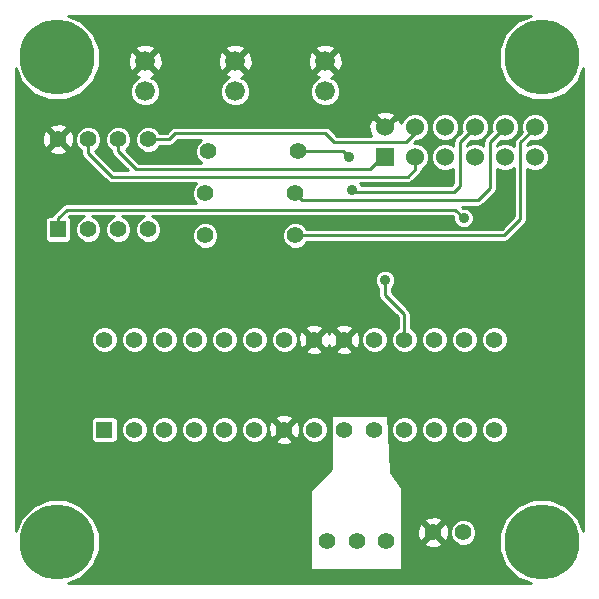
<source format=gtl>
G04 (created by PCBNEW (2013-04-19 BZR 4011)-stable) date 24/09/2013 17:11:50*
%MOIN*%
G04 Gerber Fmt 3.4, Leading zero omitted, Abs format*
%FSLAX34Y34*%
G01*
G70*
G90*
G04 APERTURE LIST*
%ADD10C,0.006*%
%ADD11C,0.25*%
%ADD12C,0.055*%
%ADD13R,0.055X0.055*%
%ADD14C,0.066*%
%ADD15R,0.06X0.06*%
%ADD16C,0.06*%
%ADD17C,0.035*%
%ADD18C,0.01*%
G04 APERTURE END LIST*
G54D10*
G54D11*
X35433Y-31496D03*
X19291Y-15354D03*
X35433Y-15354D03*
X19291Y-31496D03*
G54D12*
X21856Y-27759D03*
X22856Y-27759D03*
X23856Y-27759D03*
X24856Y-27759D03*
X25856Y-27759D03*
X26856Y-27759D03*
X27856Y-27759D03*
X28856Y-27759D03*
X29856Y-27759D03*
X30856Y-27759D03*
X31856Y-27759D03*
X32856Y-27759D03*
X33856Y-27759D03*
G54D13*
X20856Y-27759D03*
G54D12*
X33856Y-24759D03*
X32856Y-24759D03*
X31856Y-24759D03*
X30856Y-24759D03*
X29856Y-24759D03*
X28856Y-24759D03*
X27856Y-24759D03*
X26856Y-24759D03*
X25856Y-24759D03*
X24856Y-24759D03*
X23856Y-24759D03*
X22856Y-24759D03*
X21856Y-24759D03*
X20856Y-24759D03*
X30250Y-31479D03*
X28282Y-31479D03*
X29266Y-31479D03*
X27316Y-18479D03*
X24316Y-18479D03*
X27216Y-19879D03*
X24216Y-19879D03*
X27216Y-21279D03*
X24216Y-21279D03*
G54D14*
X22216Y-15479D03*
X22216Y-16479D03*
X25216Y-15479D03*
X25216Y-16479D03*
X28216Y-15479D03*
X28216Y-16479D03*
G54D13*
X19316Y-21079D03*
G54D12*
X20316Y-21079D03*
X21316Y-21079D03*
X22316Y-21079D03*
X22316Y-18079D03*
X21316Y-18079D03*
X20316Y-18079D03*
X19316Y-18079D03*
G54D15*
X30216Y-18679D03*
G54D16*
X30216Y-17679D03*
X31216Y-18679D03*
X31216Y-17679D03*
X32216Y-18679D03*
X32216Y-17679D03*
X33216Y-18679D03*
X33216Y-17679D03*
X34216Y-18679D03*
X34216Y-17679D03*
X35216Y-18679D03*
X35216Y-17679D03*
G54D12*
X31816Y-31179D03*
X32816Y-31179D03*
G54D17*
X30216Y-22779D03*
X29116Y-19779D03*
X29016Y-18679D03*
X32834Y-20708D03*
G54D18*
X33716Y-18582D02*
X33716Y-19708D01*
X27455Y-20118D02*
X27216Y-19879D01*
X33307Y-20118D02*
X27455Y-20118D01*
X33716Y-19708D02*
X33307Y-20118D01*
X33716Y-18179D02*
X33716Y-18582D01*
X33716Y-18179D02*
X34216Y-17679D01*
X35216Y-17679D02*
X35216Y-17696D01*
X34192Y-21279D02*
X27216Y-21279D01*
X34724Y-20748D02*
X34192Y-21279D01*
X34724Y-18188D02*
X34724Y-20748D01*
X35216Y-17696D02*
X34724Y-18188D01*
X29716Y-19079D02*
X21914Y-19079D01*
X21316Y-18481D02*
X21316Y-18079D01*
X21914Y-19079D02*
X21316Y-18481D01*
X30216Y-18679D02*
X30116Y-18679D01*
X30116Y-18679D02*
X29716Y-19079D01*
X30856Y-24759D02*
X30856Y-23919D01*
X30216Y-23279D02*
X30216Y-22779D01*
X30856Y-23919D02*
X30216Y-23279D01*
X22316Y-18079D02*
X23022Y-18079D01*
X23022Y-18079D02*
X23222Y-17879D01*
X31216Y-17679D02*
X31216Y-17879D01*
X31216Y-17879D02*
X30916Y-18179D01*
X30916Y-18179D02*
X28516Y-18179D01*
X28516Y-18179D02*
X28216Y-17879D01*
X28216Y-17879D02*
X23222Y-17879D01*
X33216Y-17679D02*
X32716Y-18179D01*
X32716Y-18179D02*
X32716Y-19629D01*
X29166Y-19829D02*
X29116Y-19779D01*
X32516Y-19829D02*
X29166Y-19829D01*
X32716Y-19629D02*
X32516Y-19829D01*
X27316Y-18479D02*
X28816Y-18479D01*
X28816Y-18479D02*
X29016Y-18679D01*
X19316Y-20722D02*
X19316Y-21079D01*
X19606Y-20433D02*
X19316Y-20722D01*
X32559Y-20433D02*
X19606Y-20433D01*
X32834Y-20708D02*
X32559Y-20433D01*
X30966Y-19329D02*
X21101Y-19329D01*
X20316Y-18544D02*
X20316Y-18079D01*
X21101Y-19329D02*
X20316Y-18544D01*
X31216Y-18679D02*
X31216Y-19079D01*
X31216Y-19079D02*
X30966Y-19329D01*
G54D10*
G36*
X36818Y-31129D02*
X36637Y-30692D01*
X36238Y-30292D01*
X35716Y-30076D01*
X35686Y-30076D01*
X35686Y-18586D01*
X35615Y-18413D01*
X35483Y-18281D01*
X35310Y-18209D01*
X35123Y-18209D01*
X34950Y-18280D01*
X34944Y-18287D01*
X34944Y-18280D01*
X35089Y-18135D01*
X35122Y-18149D01*
X35309Y-18149D01*
X35482Y-18078D01*
X35614Y-17946D01*
X35686Y-17773D01*
X35686Y-17586D01*
X35615Y-17413D01*
X35483Y-17281D01*
X35310Y-17209D01*
X35123Y-17209D01*
X34950Y-17280D01*
X34818Y-17412D01*
X34746Y-17585D01*
X34746Y-17772D01*
X34770Y-17831D01*
X34568Y-18033D01*
X34521Y-18104D01*
X34504Y-18188D01*
X34504Y-18302D01*
X34483Y-18281D01*
X34310Y-18209D01*
X34123Y-18209D01*
X33950Y-18280D01*
X33936Y-18294D01*
X33936Y-18270D01*
X34076Y-18130D01*
X34122Y-18149D01*
X34309Y-18149D01*
X34482Y-18078D01*
X34614Y-17946D01*
X34686Y-17773D01*
X34686Y-17586D01*
X34615Y-17413D01*
X34483Y-17281D01*
X34310Y-17209D01*
X34123Y-17209D01*
X33950Y-17280D01*
X33818Y-17412D01*
X33746Y-17585D01*
X33746Y-17772D01*
X33765Y-17819D01*
X33560Y-18023D01*
X33513Y-18095D01*
X33496Y-18179D01*
X33496Y-18294D01*
X33483Y-18281D01*
X33310Y-18209D01*
X33123Y-18209D01*
X32950Y-18280D01*
X32936Y-18294D01*
X32936Y-18270D01*
X33076Y-18130D01*
X33122Y-18149D01*
X33309Y-18149D01*
X33482Y-18078D01*
X33614Y-17946D01*
X33686Y-17773D01*
X33686Y-17586D01*
X33615Y-17413D01*
X33483Y-17281D01*
X33310Y-17209D01*
X33123Y-17209D01*
X32950Y-17280D01*
X32818Y-17412D01*
X32746Y-17585D01*
X32746Y-17772D01*
X32765Y-17819D01*
X32686Y-17898D01*
X32686Y-17586D01*
X32615Y-17413D01*
X32483Y-17281D01*
X32310Y-17209D01*
X32123Y-17209D01*
X31950Y-17280D01*
X31818Y-17412D01*
X31746Y-17585D01*
X31746Y-17772D01*
X31817Y-17945D01*
X31949Y-18077D01*
X32122Y-18149D01*
X32309Y-18149D01*
X32482Y-18078D01*
X32614Y-17946D01*
X32686Y-17773D01*
X32686Y-17586D01*
X32686Y-17898D01*
X32560Y-18023D01*
X32513Y-18095D01*
X32496Y-18179D01*
X32496Y-18294D01*
X32483Y-18281D01*
X32310Y-18209D01*
X32123Y-18209D01*
X31950Y-18280D01*
X31818Y-18412D01*
X31746Y-18585D01*
X31746Y-18772D01*
X31817Y-18945D01*
X31949Y-19077D01*
X32122Y-19149D01*
X32309Y-19149D01*
X32482Y-19078D01*
X32496Y-19064D01*
X32496Y-19538D01*
X32425Y-19609D01*
X29419Y-19609D01*
X29409Y-19584D01*
X29374Y-19549D01*
X30966Y-19549D01*
X31050Y-19532D01*
X31050Y-19532D01*
X31122Y-19485D01*
X31372Y-19235D01*
X31372Y-19235D01*
X31419Y-19163D01*
X31432Y-19098D01*
X31482Y-19078D01*
X31614Y-18946D01*
X31686Y-18773D01*
X31686Y-18586D01*
X31615Y-18413D01*
X31483Y-18281D01*
X31310Y-18209D01*
X31197Y-18209D01*
X31257Y-18149D01*
X31309Y-18149D01*
X31482Y-18078D01*
X31614Y-17946D01*
X31686Y-17773D01*
X31686Y-17586D01*
X31615Y-17413D01*
X31483Y-17281D01*
X31310Y-17209D01*
X31123Y-17209D01*
X30950Y-17280D01*
X30818Y-17412D01*
X30760Y-17551D01*
X30760Y-17542D01*
X30697Y-17391D01*
X30602Y-17364D01*
X30531Y-17435D01*
X30531Y-17293D01*
X30504Y-17198D01*
X30298Y-17124D01*
X30079Y-17135D01*
X29928Y-17198D01*
X29901Y-17293D01*
X30216Y-17608D01*
X30531Y-17293D01*
X30531Y-17435D01*
X30287Y-17679D01*
X30292Y-17685D01*
X30222Y-17755D01*
X30216Y-17750D01*
X30210Y-17755D01*
X30140Y-17685D01*
X30145Y-17679D01*
X29830Y-17364D01*
X29735Y-17391D01*
X29661Y-17597D01*
X29672Y-17816D01*
X29732Y-17959D01*
X28801Y-17959D01*
X28801Y-15568D01*
X28790Y-15337D01*
X28722Y-15173D01*
X28624Y-15142D01*
X28553Y-15213D01*
X28553Y-15071D01*
X28522Y-14973D01*
X28305Y-14894D01*
X28074Y-14905D01*
X27910Y-14973D01*
X27879Y-15071D01*
X28216Y-15408D01*
X28553Y-15071D01*
X28553Y-15213D01*
X28287Y-15479D01*
X28624Y-15816D01*
X28722Y-15785D01*
X28801Y-15568D01*
X28801Y-17959D01*
X28716Y-17959D01*
X28716Y-16380D01*
X28640Y-16196D01*
X28500Y-16055D01*
X28426Y-16025D01*
X28522Y-15985D01*
X28553Y-15887D01*
X28216Y-15550D01*
X28145Y-15620D01*
X28145Y-15479D01*
X27808Y-15142D01*
X27710Y-15173D01*
X27631Y-15390D01*
X27642Y-15621D01*
X27710Y-15785D01*
X27808Y-15816D01*
X28145Y-15479D01*
X28145Y-15620D01*
X27879Y-15887D01*
X27910Y-15985D01*
X28012Y-16022D01*
X27933Y-16055D01*
X27792Y-16195D01*
X27716Y-16379D01*
X27716Y-16578D01*
X27792Y-16762D01*
X27932Y-16903D01*
X28116Y-16979D01*
X28315Y-16979D01*
X28499Y-16903D01*
X28640Y-16763D01*
X28716Y-16579D01*
X28716Y-16380D01*
X28716Y-17959D01*
X28607Y-17959D01*
X28372Y-17723D01*
X28300Y-17676D01*
X28216Y-17659D01*
X25801Y-17659D01*
X25801Y-15568D01*
X25790Y-15337D01*
X25722Y-15173D01*
X25624Y-15142D01*
X25553Y-15213D01*
X25553Y-15071D01*
X25522Y-14973D01*
X25305Y-14894D01*
X25074Y-14905D01*
X24910Y-14973D01*
X24879Y-15071D01*
X25216Y-15408D01*
X25553Y-15071D01*
X25553Y-15213D01*
X25287Y-15479D01*
X25624Y-15816D01*
X25722Y-15785D01*
X25801Y-15568D01*
X25801Y-17659D01*
X25716Y-17659D01*
X25716Y-16380D01*
X25640Y-16196D01*
X25500Y-16055D01*
X25426Y-16025D01*
X25522Y-15985D01*
X25553Y-15887D01*
X25216Y-15550D01*
X25145Y-15620D01*
X25145Y-15479D01*
X24808Y-15142D01*
X24710Y-15173D01*
X24631Y-15390D01*
X24642Y-15621D01*
X24710Y-15785D01*
X24808Y-15816D01*
X25145Y-15479D01*
X25145Y-15620D01*
X24879Y-15887D01*
X24910Y-15985D01*
X25012Y-16022D01*
X24933Y-16055D01*
X24792Y-16195D01*
X24716Y-16379D01*
X24716Y-16578D01*
X24792Y-16762D01*
X24932Y-16903D01*
X25116Y-16979D01*
X25315Y-16979D01*
X25499Y-16903D01*
X25640Y-16763D01*
X25716Y-16579D01*
X25716Y-16380D01*
X25716Y-17659D01*
X23222Y-17659D01*
X23138Y-17676D01*
X23067Y-17723D01*
X22931Y-17859D01*
X22801Y-17859D01*
X22801Y-15568D01*
X22790Y-15337D01*
X22722Y-15173D01*
X22624Y-15142D01*
X22553Y-15213D01*
X22553Y-15071D01*
X22522Y-14973D01*
X22305Y-14894D01*
X22074Y-14905D01*
X21910Y-14973D01*
X21879Y-15071D01*
X22216Y-15408D01*
X22553Y-15071D01*
X22553Y-15213D01*
X22287Y-15479D01*
X22624Y-15816D01*
X22722Y-15785D01*
X22801Y-15568D01*
X22801Y-17859D01*
X22716Y-17859D01*
X22716Y-16380D01*
X22640Y-16196D01*
X22500Y-16055D01*
X22426Y-16025D01*
X22522Y-15985D01*
X22553Y-15887D01*
X22216Y-15550D01*
X22145Y-15620D01*
X22145Y-15479D01*
X21808Y-15142D01*
X21710Y-15173D01*
X21631Y-15390D01*
X21642Y-15621D01*
X21710Y-15785D01*
X21808Y-15816D01*
X22145Y-15479D01*
X22145Y-15620D01*
X21879Y-15887D01*
X21910Y-15985D01*
X22012Y-16022D01*
X21933Y-16055D01*
X21792Y-16195D01*
X21716Y-16379D01*
X21716Y-16578D01*
X21792Y-16762D01*
X21932Y-16903D01*
X22116Y-16979D01*
X22315Y-16979D01*
X22499Y-16903D01*
X22640Y-16763D01*
X22716Y-16579D01*
X22716Y-16380D01*
X22716Y-17859D01*
X22707Y-17859D01*
X22694Y-17827D01*
X22568Y-17702D01*
X22405Y-17634D01*
X22228Y-17634D01*
X22064Y-17702D01*
X21939Y-17827D01*
X21871Y-17990D01*
X21871Y-18167D01*
X21939Y-18331D01*
X22064Y-18456D01*
X22227Y-18524D01*
X22404Y-18524D01*
X22568Y-18457D01*
X22693Y-18331D01*
X22707Y-18299D01*
X23022Y-18299D01*
X23107Y-18282D01*
X23107Y-18282D01*
X23178Y-18235D01*
X23313Y-18099D01*
X24070Y-18099D01*
X24064Y-18102D01*
X23939Y-18227D01*
X23871Y-18390D01*
X23871Y-18567D01*
X23939Y-18731D01*
X24064Y-18856D01*
X24071Y-18859D01*
X22005Y-18859D01*
X21585Y-18439D01*
X21693Y-18331D01*
X21761Y-18168D01*
X21761Y-17991D01*
X21694Y-17827D01*
X21568Y-17702D01*
X21405Y-17634D01*
X21228Y-17634D01*
X21064Y-17702D01*
X20939Y-17827D01*
X20871Y-17990D01*
X20871Y-18167D01*
X20939Y-18331D01*
X21064Y-18456D01*
X21096Y-18470D01*
X21096Y-18481D01*
X21113Y-18566D01*
X21160Y-18637D01*
X21633Y-19109D01*
X21192Y-19109D01*
X20548Y-18465D01*
X20568Y-18457D01*
X20693Y-18331D01*
X20761Y-18168D01*
X20761Y-17991D01*
X20694Y-17827D01*
X20568Y-17702D01*
X20405Y-17634D01*
X20228Y-17634D01*
X20064Y-17702D01*
X19939Y-17827D01*
X19871Y-17990D01*
X19871Y-18167D01*
X19939Y-18331D01*
X20064Y-18456D01*
X20096Y-18470D01*
X20096Y-18544D01*
X20113Y-18629D01*
X20160Y-18700D01*
X20945Y-19485D01*
X20945Y-19485D01*
X21016Y-19532D01*
X21101Y-19549D01*
X23917Y-19549D01*
X23839Y-19627D01*
X23771Y-19790D01*
X23771Y-19967D01*
X23839Y-20131D01*
X23920Y-20213D01*
X19846Y-20213D01*
X19846Y-18155D01*
X19835Y-17946D01*
X19777Y-17806D01*
X19684Y-17782D01*
X19613Y-17853D01*
X19613Y-17711D01*
X19589Y-17618D01*
X19392Y-17549D01*
X19183Y-17560D01*
X19043Y-17618D01*
X19019Y-17711D01*
X19316Y-18008D01*
X19613Y-17711D01*
X19613Y-17853D01*
X19387Y-18079D01*
X19684Y-18376D01*
X19777Y-18352D01*
X19846Y-18155D01*
X19846Y-20213D01*
X19613Y-20213D01*
X19613Y-18447D01*
X19316Y-18150D01*
X19245Y-18220D01*
X19245Y-18079D01*
X18948Y-17782D01*
X18855Y-17806D01*
X18786Y-18003D01*
X18797Y-18212D01*
X18855Y-18352D01*
X18948Y-18376D01*
X19245Y-18079D01*
X19245Y-18220D01*
X19019Y-18447D01*
X19043Y-18540D01*
X19240Y-18609D01*
X19449Y-18598D01*
X19589Y-18540D01*
X19613Y-18447D01*
X19613Y-20213D01*
X19606Y-20213D01*
X19522Y-20229D01*
X19450Y-20277D01*
X19160Y-20567D01*
X19116Y-20634D01*
X19007Y-20634D01*
X18945Y-20660D01*
X18897Y-20708D01*
X18871Y-20770D01*
X18871Y-20838D01*
X18871Y-21388D01*
X18897Y-21450D01*
X18945Y-21498D01*
X19007Y-21524D01*
X19075Y-21524D01*
X19625Y-21524D01*
X19687Y-21498D01*
X19735Y-21450D01*
X19761Y-21388D01*
X19761Y-21320D01*
X19761Y-20770D01*
X19735Y-20708D01*
X19688Y-20661D01*
X19697Y-20653D01*
X20183Y-20653D01*
X20064Y-20702D01*
X19939Y-20827D01*
X19871Y-20990D01*
X19871Y-21167D01*
X19939Y-21331D01*
X20064Y-21456D01*
X20227Y-21524D01*
X20404Y-21524D01*
X20568Y-21457D01*
X20693Y-21331D01*
X20761Y-21168D01*
X20761Y-20991D01*
X20694Y-20827D01*
X20568Y-20702D01*
X20449Y-20653D01*
X21183Y-20653D01*
X21064Y-20702D01*
X20939Y-20827D01*
X20871Y-20990D01*
X20871Y-21167D01*
X20939Y-21331D01*
X21064Y-21456D01*
X21227Y-21524D01*
X21404Y-21524D01*
X21568Y-21457D01*
X21693Y-21331D01*
X21761Y-21168D01*
X21761Y-20991D01*
X21694Y-20827D01*
X21568Y-20702D01*
X21449Y-20653D01*
X22183Y-20653D01*
X22064Y-20702D01*
X21939Y-20827D01*
X21871Y-20990D01*
X21871Y-21167D01*
X21939Y-21331D01*
X22064Y-21456D01*
X22227Y-21524D01*
X22404Y-21524D01*
X22568Y-21457D01*
X22693Y-21331D01*
X22761Y-21168D01*
X22761Y-20991D01*
X22694Y-20827D01*
X22568Y-20702D01*
X22449Y-20653D01*
X32467Y-20653D01*
X32489Y-20674D01*
X32489Y-20776D01*
X32541Y-20903D01*
X32638Y-21000D01*
X32765Y-21053D01*
X32902Y-21053D01*
X33029Y-21001D01*
X33126Y-20904D01*
X33179Y-20777D01*
X33179Y-20640D01*
X33127Y-20513D01*
X33030Y-20416D01*
X32903Y-20363D01*
X32800Y-20363D01*
X32775Y-20338D01*
X33307Y-20338D01*
X33391Y-20321D01*
X33391Y-20321D01*
X33462Y-20273D01*
X33872Y-19864D01*
X33919Y-19792D01*
X33919Y-19792D01*
X33936Y-19708D01*
X33936Y-19064D01*
X33949Y-19077D01*
X34122Y-19149D01*
X34309Y-19149D01*
X34482Y-19078D01*
X34504Y-19056D01*
X34504Y-20656D01*
X34101Y-21059D01*
X27607Y-21059D01*
X27594Y-21027D01*
X27468Y-20902D01*
X27305Y-20834D01*
X27128Y-20834D01*
X26964Y-20902D01*
X26839Y-21027D01*
X26771Y-21190D01*
X26771Y-21367D01*
X26839Y-21531D01*
X26964Y-21656D01*
X27127Y-21724D01*
X27304Y-21724D01*
X27468Y-21657D01*
X27593Y-21531D01*
X27607Y-21499D01*
X34192Y-21499D01*
X34277Y-21482D01*
X34277Y-21482D01*
X34348Y-21435D01*
X34879Y-20903D01*
X34927Y-20832D01*
X34927Y-20832D01*
X34944Y-20748D01*
X34944Y-20748D01*
X34944Y-19072D01*
X34949Y-19077D01*
X35122Y-19149D01*
X35309Y-19149D01*
X35482Y-19078D01*
X35614Y-18946D01*
X35686Y-18773D01*
X35686Y-18586D01*
X35686Y-30076D01*
X35151Y-30075D01*
X34629Y-30291D01*
X34301Y-30619D01*
X34301Y-27671D01*
X34301Y-24671D01*
X34234Y-24507D01*
X34108Y-24382D01*
X33945Y-24314D01*
X33768Y-24314D01*
X33604Y-24382D01*
X33479Y-24507D01*
X33411Y-24670D01*
X33411Y-24847D01*
X33479Y-25011D01*
X33604Y-25136D01*
X33767Y-25204D01*
X33944Y-25204D01*
X34108Y-25137D01*
X34233Y-25011D01*
X34301Y-24848D01*
X34301Y-24671D01*
X34301Y-27671D01*
X34234Y-27507D01*
X34108Y-27382D01*
X33945Y-27314D01*
X33768Y-27314D01*
X33604Y-27382D01*
X33479Y-27507D01*
X33411Y-27670D01*
X33411Y-27847D01*
X33479Y-28011D01*
X33604Y-28136D01*
X33767Y-28204D01*
X33944Y-28204D01*
X34108Y-28137D01*
X34233Y-28011D01*
X34301Y-27848D01*
X34301Y-27671D01*
X34301Y-30619D01*
X34229Y-30690D01*
X34013Y-31212D01*
X34012Y-31777D01*
X34228Y-32299D01*
X34627Y-32699D01*
X35065Y-32881D01*
X33301Y-32881D01*
X33301Y-27671D01*
X33301Y-24671D01*
X33234Y-24507D01*
X33108Y-24382D01*
X32945Y-24314D01*
X32768Y-24314D01*
X32604Y-24382D01*
X32479Y-24507D01*
X32411Y-24670D01*
X32411Y-24847D01*
X32479Y-25011D01*
X32604Y-25136D01*
X32767Y-25204D01*
X32944Y-25204D01*
X33108Y-25137D01*
X33233Y-25011D01*
X33301Y-24848D01*
X33301Y-24671D01*
X33301Y-27671D01*
X33234Y-27507D01*
X33108Y-27382D01*
X32945Y-27314D01*
X32768Y-27314D01*
X32604Y-27382D01*
X32479Y-27507D01*
X32411Y-27670D01*
X32411Y-27847D01*
X32479Y-28011D01*
X32604Y-28136D01*
X32767Y-28204D01*
X32944Y-28204D01*
X33108Y-28137D01*
X33233Y-28011D01*
X33301Y-27848D01*
X33301Y-27671D01*
X33301Y-32881D01*
X33261Y-32881D01*
X33261Y-31091D01*
X33194Y-30927D01*
X33068Y-30802D01*
X32905Y-30734D01*
X32728Y-30734D01*
X32564Y-30802D01*
X32439Y-30927D01*
X32371Y-31090D01*
X32371Y-31267D01*
X32439Y-31431D01*
X32564Y-31556D01*
X32727Y-31624D01*
X32904Y-31624D01*
X33068Y-31557D01*
X33193Y-31431D01*
X33261Y-31268D01*
X33261Y-31091D01*
X33261Y-32881D01*
X32346Y-32881D01*
X32346Y-31255D01*
X32335Y-31046D01*
X32301Y-30965D01*
X32301Y-27671D01*
X32301Y-24671D01*
X32234Y-24507D01*
X32108Y-24382D01*
X31945Y-24314D01*
X31768Y-24314D01*
X31604Y-24382D01*
X31479Y-24507D01*
X31411Y-24670D01*
X31411Y-24847D01*
X31479Y-25011D01*
X31604Y-25136D01*
X31767Y-25204D01*
X31944Y-25204D01*
X32108Y-25137D01*
X32233Y-25011D01*
X32301Y-24848D01*
X32301Y-24671D01*
X32301Y-27671D01*
X32234Y-27507D01*
X32108Y-27382D01*
X31945Y-27314D01*
X31768Y-27314D01*
X31604Y-27382D01*
X31479Y-27507D01*
X31411Y-27670D01*
X31411Y-27847D01*
X31479Y-28011D01*
X31604Y-28136D01*
X31767Y-28204D01*
X31944Y-28204D01*
X32108Y-28137D01*
X32233Y-28011D01*
X32301Y-27848D01*
X32301Y-27671D01*
X32301Y-30965D01*
X32277Y-30906D01*
X32184Y-30882D01*
X32113Y-30953D01*
X32113Y-30811D01*
X32089Y-30718D01*
X31892Y-30649D01*
X31683Y-30660D01*
X31543Y-30718D01*
X31519Y-30811D01*
X31816Y-31108D01*
X32113Y-30811D01*
X32113Y-30953D01*
X31887Y-31179D01*
X32184Y-31476D01*
X32277Y-31452D01*
X32346Y-31255D01*
X32346Y-32881D01*
X32113Y-32881D01*
X32113Y-31547D01*
X31816Y-31250D01*
X31745Y-31320D01*
X31745Y-31179D01*
X31448Y-30882D01*
X31355Y-30906D01*
X31301Y-31061D01*
X31301Y-27671D01*
X31301Y-24671D01*
X31234Y-24507D01*
X31108Y-24382D01*
X31076Y-24369D01*
X31076Y-23919D01*
X31059Y-23835D01*
X31012Y-23763D01*
X31012Y-23763D01*
X30436Y-23188D01*
X30436Y-23047D01*
X30508Y-22975D01*
X30561Y-22848D01*
X30561Y-22711D01*
X30509Y-22584D01*
X30412Y-22487D01*
X30285Y-22434D01*
X30148Y-22434D01*
X30021Y-22486D01*
X29924Y-22583D01*
X29871Y-22710D01*
X29871Y-22847D01*
X29923Y-22974D01*
X29996Y-23047D01*
X29996Y-23279D01*
X30013Y-23363D01*
X30060Y-23435D01*
X30636Y-24010D01*
X30636Y-24368D01*
X30604Y-24382D01*
X30479Y-24507D01*
X30411Y-24670D01*
X30411Y-24847D01*
X30479Y-25011D01*
X30604Y-25136D01*
X30767Y-25204D01*
X30944Y-25204D01*
X31108Y-25137D01*
X31233Y-25011D01*
X31301Y-24848D01*
X31301Y-24671D01*
X31301Y-27671D01*
X31234Y-27507D01*
X31108Y-27382D01*
X30945Y-27314D01*
X30768Y-27314D01*
X30604Y-27382D01*
X30479Y-27507D01*
X30411Y-27670D01*
X30411Y-27847D01*
X30479Y-28011D01*
X30604Y-28136D01*
X30767Y-28204D01*
X30944Y-28204D01*
X31108Y-28137D01*
X31233Y-28011D01*
X31301Y-27848D01*
X31301Y-27671D01*
X31301Y-31061D01*
X31286Y-31103D01*
X31297Y-31312D01*
X31355Y-31452D01*
X31448Y-31476D01*
X31745Y-31179D01*
X31745Y-31320D01*
X31519Y-31547D01*
X31543Y-31640D01*
X31740Y-31709D01*
X31949Y-31698D01*
X32089Y-31640D01*
X32113Y-31547D01*
X32113Y-32881D01*
X30766Y-32881D01*
X30766Y-32429D01*
X30766Y-29714D01*
X30415Y-29163D01*
X30313Y-27279D01*
X30301Y-27279D01*
X30301Y-24671D01*
X30234Y-24507D01*
X30108Y-24382D01*
X29945Y-24314D01*
X29768Y-24314D01*
X29604Y-24382D01*
X29479Y-24507D01*
X29411Y-24670D01*
X29411Y-24847D01*
X29479Y-25011D01*
X29604Y-25136D01*
X29767Y-25204D01*
X29944Y-25204D01*
X30108Y-25137D01*
X30233Y-25011D01*
X30301Y-24848D01*
X30301Y-24671D01*
X30301Y-27279D01*
X29386Y-27279D01*
X29386Y-24835D01*
X29375Y-24626D01*
X29317Y-24486D01*
X29224Y-24462D01*
X29153Y-24533D01*
X29153Y-24391D01*
X29129Y-24298D01*
X28932Y-24229D01*
X28723Y-24240D01*
X28583Y-24298D01*
X28559Y-24391D01*
X28856Y-24688D01*
X29153Y-24391D01*
X29153Y-24533D01*
X28927Y-24759D01*
X29224Y-25056D01*
X29317Y-25032D01*
X29386Y-24835D01*
X29386Y-27279D01*
X29153Y-27279D01*
X29153Y-25127D01*
X28856Y-24830D01*
X28785Y-24900D01*
X28785Y-24759D01*
X28488Y-24462D01*
X28395Y-24486D01*
X28359Y-24589D01*
X28317Y-24486D01*
X28224Y-24462D01*
X28153Y-24533D01*
X28153Y-24391D01*
X28129Y-24298D01*
X27932Y-24229D01*
X27723Y-24240D01*
X27583Y-24298D01*
X27559Y-24391D01*
X27856Y-24688D01*
X28153Y-24391D01*
X28153Y-24533D01*
X27927Y-24759D01*
X28224Y-25056D01*
X28317Y-25032D01*
X28353Y-24929D01*
X28395Y-25032D01*
X28488Y-25056D01*
X28785Y-24759D01*
X28785Y-24900D01*
X28559Y-25127D01*
X28583Y-25220D01*
X28780Y-25289D01*
X28989Y-25278D01*
X29129Y-25220D01*
X29153Y-25127D01*
X29153Y-27279D01*
X28416Y-27279D01*
X28416Y-27658D01*
X28411Y-27670D01*
X28411Y-27847D01*
X28416Y-27859D01*
X28416Y-29058D01*
X28301Y-29173D01*
X28301Y-27671D01*
X28234Y-27507D01*
X28153Y-27427D01*
X28153Y-25127D01*
X27856Y-24830D01*
X27785Y-24900D01*
X27785Y-24759D01*
X27488Y-24462D01*
X27395Y-24486D01*
X27326Y-24683D01*
X27337Y-24892D01*
X27395Y-25032D01*
X27488Y-25056D01*
X27785Y-24759D01*
X27785Y-24900D01*
X27559Y-25127D01*
X27583Y-25220D01*
X27780Y-25289D01*
X27989Y-25278D01*
X28129Y-25220D01*
X28153Y-25127D01*
X28153Y-27427D01*
X28108Y-27382D01*
X27945Y-27314D01*
X27768Y-27314D01*
X27604Y-27382D01*
X27479Y-27507D01*
X27411Y-27670D01*
X27411Y-27847D01*
X27479Y-28011D01*
X27604Y-28136D01*
X27767Y-28204D01*
X27944Y-28204D01*
X28108Y-28137D01*
X28233Y-28011D01*
X28301Y-27848D01*
X28301Y-27671D01*
X28301Y-29173D01*
X27716Y-29758D01*
X27716Y-32429D01*
X30766Y-32429D01*
X30766Y-32881D01*
X27386Y-32881D01*
X27386Y-27835D01*
X27375Y-27626D01*
X27317Y-27486D01*
X27301Y-27482D01*
X27301Y-24671D01*
X27234Y-24507D01*
X27108Y-24382D01*
X26945Y-24314D01*
X26768Y-24314D01*
X26604Y-24382D01*
X26479Y-24507D01*
X26411Y-24670D01*
X26411Y-24847D01*
X26479Y-25011D01*
X26604Y-25136D01*
X26767Y-25204D01*
X26944Y-25204D01*
X27108Y-25137D01*
X27233Y-25011D01*
X27301Y-24848D01*
X27301Y-24671D01*
X27301Y-27482D01*
X27224Y-27462D01*
X27153Y-27533D01*
X27153Y-27391D01*
X27129Y-27298D01*
X26932Y-27229D01*
X26723Y-27240D01*
X26583Y-27298D01*
X26559Y-27391D01*
X26856Y-27688D01*
X27153Y-27391D01*
X27153Y-27533D01*
X26927Y-27759D01*
X27224Y-28056D01*
X27317Y-28032D01*
X27386Y-27835D01*
X27386Y-32881D01*
X27153Y-32881D01*
X27153Y-28127D01*
X26856Y-27830D01*
X26785Y-27900D01*
X26785Y-27759D01*
X26488Y-27462D01*
X26395Y-27486D01*
X26326Y-27683D01*
X26337Y-27892D01*
X26395Y-28032D01*
X26488Y-28056D01*
X26785Y-27759D01*
X26785Y-27900D01*
X26559Y-28127D01*
X26583Y-28220D01*
X26780Y-28289D01*
X26989Y-28278D01*
X27129Y-28220D01*
X27153Y-28127D01*
X27153Y-32881D01*
X26301Y-32881D01*
X26301Y-27671D01*
X26301Y-24671D01*
X26234Y-24507D01*
X26108Y-24382D01*
X25945Y-24314D01*
X25768Y-24314D01*
X25604Y-24382D01*
X25479Y-24507D01*
X25411Y-24670D01*
X25411Y-24847D01*
X25479Y-25011D01*
X25604Y-25136D01*
X25767Y-25204D01*
X25944Y-25204D01*
X26108Y-25137D01*
X26233Y-25011D01*
X26301Y-24848D01*
X26301Y-24671D01*
X26301Y-27671D01*
X26234Y-27507D01*
X26108Y-27382D01*
X25945Y-27314D01*
X25768Y-27314D01*
X25604Y-27382D01*
X25479Y-27507D01*
X25411Y-27670D01*
X25411Y-27847D01*
X25479Y-28011D01*
X25604Y-28136D01*
X25767Y-28204D01*
X25944Y-28204D01*
X26108Y-28137D01*
X26233Y-28011D01*
X26301Y-27848D01*
X26301Y-27671D01*
X26301Y-32881D01*
X25301Y-32881D01*
X25301Y-27671D01*
X25301Y-24671D01*
X25234Y-24507D01*
X25108Y-24382D01*
X24945Y-24314D01*
X24768Y-24314D01*
X24661Y-24358D01*
X24661Y-21191D01*
X24594Y-21027D01*
X24468Y-20902D01*
X24305Y-20834D01*
X24128Y-20834D01*
X23964Y-20902D01*
X23839Y-21027D01*
X23771Y-21190D01*
X23771Y-21367D01*
X23839Y-21531D01*
X23964Y-21656D01*
X24127Y-21724D01*
X24304Y-21724D01*
X24468Y-21657D01*
X24593Y-21531D01*
X24661Y-21368D01*
X24661Y-21191D01*
X24661Y-24358D01*
X24604Y-24382D01*
X24479Y-24507D01*
X24411Y-24670D01*
X24411Y-24847D01*
X24479Y-25011D01*
X24604Y-25136D01*
X24767Y-25204D01*
X24944Y-25204D01*
X25108Y-25137D01*
X25233Y-25011D01*
X25301Y-24848D01*
X25301Y-24671D01*
X25301Y-27671D01*
X25234Y-27507D01*
X25108Y-27382D01*
X24945Y-27314D01*
X24768Y-27314D01*
X24604Y-27382D01*
X24479Y-27507D01*
X24411Y-27670D01*
X24411Y-27847D01*
X24479Y-28011D01*
X24604Y-28136D01*
X24767Y-28204D01*
X24944Y-28204D01*
X25108Y-28137D01*
X25233Y-28011D01*
X25301Y-27848D01*
X25301Y-27671D01*
X25301Y-32881D01*
X24301Y-32881D01*
X24301Y-27671D01*
X24301Y-24671D01*
X24234Y-24507D01*
X24108Y-24382D01*
X23945Y-24314D01*
X23768Y-24314D01*
X23604Y-24382D01*
X23479Y-24507D01*
X23411Y-24670D01*
X23411Y-24847D01*
X23479Y-25011D01*
X23604Y-25136D01*
X23767Y-25204D01*
X23944Y-25204D01*
X24108Y-25137D01*
X24233Y-25011D01*
X24301Y-24848D01*
X24301Y-24671D01*
X24301Y-27671D01*
X24234Y-27507D01*
X24108Y-27382D01*
X23945Y-27314D01*
X23768Y-27314D01*
X23604Y-27382D01*
X23479Y-27507D01*
X23411Y-27670D01*
X23411Y-27847D01*
X23479Y-28011D01*
X23604Y-28136D01*
X23767Y-28204D01*
X23944Y-28204D01*
X24108Y-28137D01*
X24233Y-28011D01*
X24301Y-27848D01*
X24301Y-27671D01*
X24301Y-32881D01*
X23301Y-32881D01*
X23301Y-27671D01*
X23301Y-24671D01*
X23234Y-24507D01*
X23108Y-24382D01*
X22945Y-24314D01*
X22768Y-24314D01*
X22604Y-24382D01*
X22479Y-24507D01*
X22411Y-24670D01*
X22411Y-24847D01*
X22479Y-25011D01*
X22604Y-25136D01*
X22767Y-25204D01*
X22944Y-25204D01*
X23108Y-25137D01*
X23233Y-25011D01*
X23301Y-24848D01*
X23301Y-24671D01*
X23301Y-27671D01*
X23234Y-27507D01*
X23108Y-27382D01*
X22945Y-27314D01*
X22768Y-27314D01*
X22604Y-27382D01*
X22479Y-27507D01*
X22411Y-27670D01*
X22411Y-27847D01*
X22479Y-28011D01*
X22604Y-28136D01*
X22767Y-28204D01*
X22944Y-28204D01*
X23108Y-28137D01*
X23233Y-28011D01*
X23301Y-27848D01*
X23301Y-27671D01*
X23301Y-32881D01*
X22301Y-32881D01*
X22301Y-27671D01*
X22301Y-24671D01*
X22234Y-24507D01*
X22108Y-24382D01*
X21945Y-24314D01*
X21768Y-24314D01*
X21604Y-24382D01*
X21479Y-24507D01*
X21411Y-24670D01*
X21411Y-24847D01*
X21479Y-25011D01*
X21604Y-25136D01*
X21767Y-25204D01*
X21944Y-25204D01*
X22108Y-25137D01*
X22233Y-25011D01*
X22301Y-24848D01*
X22301Y-24671D01*
X22301Y-27671D01*
X22234Y-27507D01*
X22108Y-27382D01*
X21945Y-27314D01*
X21768Y-27314D01*
X21604Y-27382D01*
X21479Y-27507D01*
X21411Y-27670D01*
X21411Y-27847D01*
X21479Y-28011D01*
X21604Y-28136D01*
X21767Y-28204D01*
X21944Y-28204D01*
X22108Y-28137D01*
X22233Y-28011D01*
X22301Y-27848D01*
X22301Y-27671D01*
X22301Y-32881D01*
X21301Y-32881D01*
X21301Y-24671D01*
X21234Y-24507D01*
X21108Y-24382D01*
X20945Y-24314D01*
X20768Y-24314D01*
X20604Y-24382D01*
X20479Y-24507D01*
X20411Y-24670D01*
X20411Y-24847D01*
X20479Y-25011D01*
X20604Y-25136D01*
X20767Y-25204D01*
X20944Y-25204D01*
X21108Y-25137D01*
X21233Y-25011D01*
X21301Y-24848D01*
X21301Y-24671D01*
X21301Y-32881D01*
X21301Y-32881D01*
X21301Y-28000D01*
X21301Y-27450D01*
X21275Y-27388D01*
X21227Y-27340D01*
X21165Y-27314D01*
X21097Y-27314D01*
X20547Y-27314D01*
X20485Y-27340D01*
X20437Y-27388D01*
X20411Y-27450D01*
X20411Y-27518D01*
X20411Y-28068D01*
X20437Y-28130D01*
X20485Y-28178D01*
X20547Y-28204D01*
X20615Y-28204D01*
X21165Y-28204D01*
X21227Y-28178D01*
X21275Y-28130D01*
X21301Y-28068D01*
X21301Y-28000D01*
X21301Y-32881D01*
X19657Y-32881D01*
X20094Y-32700D01*
X20494Y-32301D01*
X20711Y-31779D01*
X20711Y-31214D01*
X20495Y-30692D01*
X20096Y-30292D01*
X19575Y-30076D01*
X19010Y-30075D01*
X18488Y-30291D01*
X18088Y-30690D01*
X17906Y-31128D01*
X17906Y-15720D01*
X18086Y-16157D01*
X18485Y-16557D01*
X19007Y-16774D01*
X19572Y-16774D01*
X20094Y-16558D01*
X20494Y-16159D01*
X20711Y-15638D01*
X20711Y-15073D01*
X20495Y-14551D01*
X20096Y-14151D01*
X19658Y-13969D01*
X35066Y-13969D01*
X34629Y-14149D01*
X34229Y-14548D01*
X34013Y-15070D01*
X34012Y-15635D01*
X34228Y-16157D01*
X34627Y-16557D01*
X35149Y-16774D01*
X35714Y-16774D01*
X36236Y-16558D01*
X36636Y-16159D01*
X36818Y-15721D01*
X36818Y-31129D01*
X36818Y-31129D01*
G37*
G54D18*
X36818Y-31129D02*
X36637Y-30692D01*
X36238Y-30292D01*
X35716Y-30076D01*
X35686Y-30076D01*
X35686Y-18586D01*
X35615Y-18413D01*
X35483Y-18281D01*
X35310Y-18209D01*
X35123Y-18209D01*
X34950Y-18280D01*
X34944Y-18287D01*
X34944Y-18280D01*
X35089Y-18135D01*
X35122Y-18149D01*
X35309Y-18149D01*
X35482Y-18078D01*
X35614Y-17946D01*
X35686Y-17773D01*
X35686Y-17586D01*
X35615Y-17413D01*
X35483Y-17281D01*
X35310Y-17209D01*
X35123Y-17209D01*
X34950Y-17280D01*
X34818Y-17412D01*
X34746Y-17585D01*
X34746Y-17772D01*
X34770Y-17831D01*
X34568Y-18033D01*
X34521Y-18104D01*
X34504Y-18188D01*
X34504Y-18302D01*
X34483Y-18281D01*
X34310Y-18209D01*
X34123Y-18209D01*
X33950Y-18280D01*
X33936Y-18294D01*
X33936Y-18270D01*
X34076Y-18130D01*
X34122Y-18149D01*
X34309Y-18149D01*
X34482Y-18078D01*
X34614Y-17946D01*
X34686Y-17773D01*
X34686Y-17586D01*
X34615Y-17413D01*
X34483Y-17281D01*
X34310Y-17209D01*
X34123Y-17209D01*
X33950Y-17280D01*
X33818Y-17412D01*
X33746Y-17585D01*
X33746Y-17772D01*
X33765Y-17819D01*
X33560Y-18023D01*
X33513Y-18095D01*
X33496Y-18179D01*
X33496Y-18294D01*
X33483Y-18281D01*
X33310Y-18209D01*
X33123Y-18209D01*
X32950Y-18280D01*
X32936Y-18294D01*
X32936Y-18270D01*
X33076Y-18130D01*
X33122Y-18149D01*
X33309Y-18149D01*
X33482Y-18078D01*
X33614Y-17946D01*
X33686Y-17773D01*
X33686Y-17586D01*
X33615Y-17413D01*
X33483Y-17281D01*
X33310Y-17209D01*
X33123Y-17209D01*
X32950Y-17280D01*
X32818Y-17412D01*
X32746Y-17585D01*
X32746Y-17772D01*
X32765Y-17819D01*
X32686Y-17898D01*
X32686Y-17586D01*
X32615Y-17413D01*
X32483Y-17281D01*
X32310Y-17209D01*
X32123Y-17209D01*
X31950Y-17280D01*
X31818Y-17412D01*
X31746Y-17585D01*
X31746Y-17772D01*
X31817Y-17945D01*
X31949Y-18077D01*
X32122Y-18149D01*
X32309Y-18149D01*
X32482Y-18078D01*
X32614Y-17946D01*
X32686Y-17773D01*
X32686Y-17586D01*
X32686Y-17898D01*
X32560Y-18023D01*
X32513Y-18095D01*
X32496Y-18179D01*
X32496Y-18294D01*
X32483Y-18281D01*
X32310Y-18209D01*
X32123Y-18209D01*
X31950Y-18280D01*
X31818Y-18412D01*
X31746Y-18585D01*
X31746Y-18772D01*
X31817Y-18945D01*
X31949Y-19077D01*
X32122Y-19149D01*
X32309Y-19149D01*
X32482Y-19078D01*
X32496Y-19064D01*
X32496Y-19538D01*
X32425Y-19609D01*
X29419Y-19609D01*
X29409Y-19584D01*
X29374Y-19549D01*
X30966Y-19549D01*
X31050Y-19532D01*
X31050Y-19532D01*
X31122Y-19485D01*
X31372Y-19235D01*
X31372Y-19235D01*
X31419Y-19163D01*
X31432Y-19098D01*
X31482Y-19078D01*
X31614Y-18946D01*
X31686Y-18773D01*
X31686Y-18586D01*
X31615Y-18413D01*
X31483Y-18281D01*
X31310Y-18209D01*
X31197Y-18209D01*
X31257Y-18149D01*
X31309Y-18149D01*
X31482Y-18078D01*
X31614Y-17946D01*
X31686Y-17773D01*
X31686Y-17586D01*
X31615Y-17413D01*
X31483Y-17281D01*
X31310Y-17209D01*
X31123Y-17209D01*
X30950Y-17280D01*
X30818Y-17412D01*
X30760Y-17551D01*
X30760Y-17542D01*
X30697Y-17391D01*
X30602Y-17364D01*
X30531Y-17435D01*
X30531Y-17293D01*
X30504Y-17198D01*
X30298Y-17124D01*
X30079Y-17135D01*
X29928Y-17198D01*
X29901Y-17293D01*
X30216Y-17608D01*
X30531Y-17293D01*
X30531Y-17435D01*
X30287Y-17679D01*
X30292Y-17685D01*
X30222Y-17755D01*
X30216Y-17750D01*
X30210Y-17755D01*
X30140Y-17685D01*
X30145Y-17679D01*
X29830Y-17364D01*
X29735Y-17391D01*
X29661Y-17597D01*
X29672Y-17816D01*
X29732Y-17959D01*
X28801Y-17959D01*
X28801Y-15568D01*
X28790Y-15337D01*
X28722Y-15173D01*
X28624Y-15142D01*
X28553Y-15213D01*
X28553Y-15071D01*
X28522Y-14973D01*
X28305Y-14894D01*
X28074Y-14905D01*
X27910Y-14973D01*
X27879Y-15071D01*
X28216Y-15408D01*
X28553Y-15071D01*
X28553Y-15213D01*
X28287Y-15479D01*
X28624Y-15816D01*
X28722Y-15785D01*
X28801Y-15568D01*
X28801Y-17959D01*
X28716Y-17959D01*
X28716Y-16380D01*
X28640Y-16196D01*
X28500Y-16055D01*
X28426Y-16025D01*
X28522Y-15985D01*
X28553Y-15887D01*
X28216Y-15550D01*
X28145Y-15620D01*
X28145Y-15479D01*
X27808Y-15142D01*
X27710Y-15173D01*
X27631Y-15390D01*
X27642Y-15621D01*
X27710Y-15785D01*
X27808Y-15816D01*
X28145Y-15479D01*
X28145Y-15620D01*
X27879Y-15887D01*
X27910Y-15985D01*
X28012Y-16022D01*
X27933Y-16055D01*
X27792Y-16195D01*
X27716Y-16379D01*
X27716Y-16578D01*
X27792Y-16762D01*
X27932Y-16903D01*
X28116Y-16979D01*
X28315Y-16979D01*
X28499Y-16903D01*
X28640Y-16763D01*
X28716Y-16579D01*
X28716Y-16380D01*
X28716Y-17959D01*
X28607Y-17959D01*
X28372Y-17723D01*
X28300Y-17676D01*
X28216Y-17659D01*
X25801Y-17659D01*
X25801Y-15568D01*
X25790Y-15337D01*
X25722Y-15173D01*
X25624Y-15142D01*
X25553Y-15213D01*
X25553Y-15071D01*
X25522Y-14973D01*
X25305Y-14894D01*
X25074Y-14905D01*
X24910Y-14973D01*
X24879Y-15071D01*
X25216Y-15408D01*
X25553Y-15071D01*
X25553Y-15213D01*
X25287Y-15479D01*
X25624Y-15816D01*
X25722Y-15785D01*
X25801Y-15568D01*
X25801Y-17659D01*
X25716Y-17659D01*
X25716Y-16380D01*
X25640Y-16196D01*
X25500Y-16055D01*
X25426Y-16025D01*
X25522Y-15985D01*
X25553Y-15887D01*
X25216Y-15550D01*
X25145Y-15620D01*
X25145Y-15479D01*
X24808Y-15142D01*
X24710Y-15173D01*
X24631Y-15390D01*
X24642Y-15621D01*
X24710Y-15785D01*
X24808Y-15816D01*
X25145Y-15479D01*
X25145Y-15620D01*
X24879Y-15887D01*
X24910Y-15985D01*
X25012Y-16022D01*
X24933Y-16055D01*
X24792Y-16195D01*
X24716Y-16379D01*
X24716Y-16578D01*
X24792Y-16762D01*
X24932Y-16903D01*
X25116Y-16979D01*
X25315Y-16979D01*
X25499Y-16903D01*
X25640Y-16763D01*
X25716Y-16579D01*
X25716Y-16380D01*
X25716Y-17659D01*
X23222Y-17659D01*
X23138Y-17676D01*
X23067Y-17723D01*
X22931Y-17859D01*
X22801Y-17859D01*
X22801Y-15568D01*
X22790Y-15337D01*
X22722Y-15173D01*
X22624Y-15142D01*
X22553Y-15213D01*
X22553Y-15071D01*
X22522Y-14973D01*
X22305Y-14894D01*
X22074Y-14905D01*
X21910Y-14973D01*
X21879Y-15071D01*
X22216Y-15408D01*
X22553Y-15071D01*
X22553Y-15213D01*
X22287Y-15479D01*
X22624Y-15816D01*
X22722Y-15785D01*
X22801Y-15568D01*
X22801Y-17859D01*
X22716Y-17859D01*
X22716Y-16380D01*
X22640Y-16196D01*
X22500Y-16055D01*
X22426Y-16025D01*
X22522Y-15985D01*
X22553Y-15887D01*
X22216Y-15550D01*
X22145Y-15620D01*
X22145Y-15479D01*
X21808Y-15142D01*
X21710Y-15173D01*
X21631Y-15390D01*
X21642Y-15621D01*
X21710Y-15785D01*
X21808Y-15816D01*
X22145Y-15479D01*
X22145Y-15620D01*
X21879Y-15887D01*
X21910Y-15985D01*
X22012Y-16022D01*
X21933Y-16055D01*
X21792Y-16195D01*
X21716Y-16379D01*
X21716Y-16578D01*
X21792Y-16762D01*
X21932Y-16903D01*
X22116Y-16979D01*
X22315Y-16979D01*
X22499Y-16903D01*
X22640Y-16763D01*
X22716Y-16579D01*
X22716Y-16380D01*
X22716Y-17859D01*
X22707Y-17859D01*
X22694Y-17827D01*
X22568Y-17702D01*
X22405Y-17634D01*
X22228Y-17634D01*
X22064Y-17702D01*
X21939Y-17827D01*
X21871Y-17990D01*
X21871Y-18167D01*
X21939Y-18331D01*
X22064Y-18456D01*
X22227Y-18524D01*
X22404Y-18524D01*
X22568Y-18457D01*
X22693Y-18331D01*
X22707Y-18299D01*
X23022Y-18299D01*
X23107Y-18282D01*
X23107Y-18282D01*
X23178Y-18235D01*
X23313Y-18099D01*
X24070Y-18099D01*
X24064Y-18102D01*
X23939Y-18227D01*
X23871Y-18390D01*
X23871Y-18567D01*
X23939Y-18731D01*
X24064Y-18856D01*
X24071Y-18859D01*
X22005Y-18859D01*
X21585Y-18439D01*
X21693Y-18331D01*
X21761Y-18168D01*
X21761Y-17991D01*
X21694Y-17827D01*
X21568Y-17702D01*
X21405Y-17634D01*
X21228Y-17634D01*
X21064Y-17702D01*
X20939Y-17827D01*
X20871Y-17990D01*
X20871Y-18167D01*
X20939Y-18331D01*
X21064Y-18456D01*
X21096Y-18470D01*
X21096Y-18481D01*
X21113Y-18566D01*
X21160Y-18637D01*
X21633Y-19109D01*
X21192Y-19109D01*
X20548Y-18465D01*
X20568Y-18457D01*
X20693Y-18331D01*
X20761Y-18168D01*
X20761Y-17991D01*
X20694Y-17827D01*
X20568Y-17702D01*
X20405Y-17634D01*
X20228Y-17634D01*
X20064Y-17702D01*
X19939Y-17827D01*
X19871Y-17990D01*
X19871Y-18167D01*
X19939Y-18331D01*
X20064Y-18456D01*
X20096Y-18470D01*
X20096Y-18544D01*
X20113Y-18629D01*
X20160Y-18700D01*
X20945Y-19485D01*
X20945Y-19485D01*
X21016Y-19532D01*
X21101Y-19549D01*
X23917Y-19549D01*
X23839Y-19627D01*
X23771Y-19790D01*
X23771Y-19967D01*
X23839Y-20131D01*
X23920Y-20213D01*
X19846Y-20213D01*
X19846Y-18155D01*
X19835Y-17946D01*
X19777Y-17806D01*
X19684Y-17782D01*
X19613Y-17853D01*
X19613Y-17711D01*
X19589Y-17618D01*
X19392Y-17549D01*
X19183Y-17560D01*
X19043Y-17618D01*
X19019Y-17711D01*
X19316Y-18008D01*
X19613Y-17711D01*
X19613Y-17853D01*
X19387Y-18079D01*
X19684Y-18376D01*
X19777Y-18352D01*
X19846Y-18155D01*
X19846Y-20213D01*
X19613Y-20213D01*
X19613Y-18447D01*
X19316Y-18150D01*
X19245Y-18220D01*
X19245Y-18079D01*
X18948Y-17782D01*
X18855Y-17806D01*
X18786Y-18003D01*
X18797Y-18212D01*
X18855Y-18352D01*
X18948Y-18376D01*
X19245Y-18079D01*
X19245Y-18220D01*
X19019Y-18447D01*
X19043Y-18540D01*
X19240Y-18609D01*
X19449Y-18598D01*
X19589Y-18540D01*
X19613Y-18447D01*
X19613Y-20213D01*
X19606Y-20213D01*
X19522Y-20229D01*
X19450Y-20277D01*
X19160Y-20567D01*
X19116Y-20634D01*
X19007Y-20634D01*
X18945Y-20660D01*
X18897Y-20708D01*
X18871Y-20770D01*
X18871Y-20838D01*
X18871Y-21388D01*
X18897Y-21450D01*
X18945Y-21498D01*
X19007Y-21524D01*
X19075Y-21524D01*
X19625Y-21524D01*
X19687Y-21498D01*
X19735Y-21450D01*
X19761Y-21388D01*
X19761Y-21320D01*
X19761Y-20770D01*
X19735Y-20708D01*
X19688Y-20661D01*
X19697Y-20653D01*
X20183Y-20653D01*
X20064Y-20702D01*
X19939Y-20827D01*
X19871Y-20990D01*
X19871Y-21167D01*
X19939Y-21331D01*
X20064Y-21456D01*
X20227Y-21524D01*
X20404Y-21524D01*
X20568Y-21457D01*
X20693Y-21331D01*
X20761Y-21168D01*
X20761Y-20991D01*
X20694Y-20827D01*
X20568Y-20702D01*
X20449Y-20653D01*
X21183Y-20653D01*
X21064Y-20702D01*
X20939Y-20827D01*
X20871Y-20990D01*
X20871Y-21167D01*
X20939Y-21331D01*
X21064Y-21456D01*
X21227Y-21524D01*
X21404Y-21524D01*
X21568Y-21457D01*
X21693Y-21331D01*
X21761Y-21168D01*
X21761Y-20991D01*
X21694Y-20827D01*
X21568Y-20702D01*
X21449Y-20653D01*
X22183Y-20653D01*
X22064Y-20702D01*
X21939Y-20827D01*
X21871Y-20990D01*
X21871Y-21167D01*
X21939Y-21331D01*
X22064Y-21456D01*
X22227Y-21524D01*
X22404Y-21524D01*
X22568Y-21457D01*
X22693Y-21331D01*
X22761Y-21168D01*
X22761Y-20991D01*
X22694Y-20827D01*
X22568Y-20702D01*
X22449Y-20653D01*
X32467Y-20653D01*
X32489Y-20674D01*
X32489Y-20776D01*
X32541Y-20903D01*
X32638Y-21000D01*
X32765Y-21053D01*
X32902Y-21053D01*
X33029Y-21001D01*
X33126Y-20904D01*
X33179Y-20777D01*
X33179Y-20640D01*
X33127Y-20513D01*
X33030Y-20416D01*
X32903Y-20363D01*
X32800Y-20363D01*
X32775Y-20338D01*
X33307Y-20338D01*
X33391Y-20321D01*
X33391Y-20321D01*
X33462Y-20273D01*
X33872Y-19864D01*
X33919Y-19792D01*
X33919Y-19792D01*
X33936Y-19708D01*
X33936Y-19064D01*
X33949Y-19077D01*
X34122Y-19149D01*
X34309Y-19149D01*
X34482Y-19078D01*
X34504Y-19056D01*
X34504Y-20656D01*
X34101Y-21059D01*
X27607Y-21059D01*
X27594Y-21027D01*
X27468Y-20902D01*
X27305Y-20834D01*
X27128Y-20834D01*
X26964Y-20902D01*
X26839Y-21027D01*
X26771Y-21190D01*
X26771Y-21367D01*
X26839Y-21531D01*
X26964Y-21656D01*
X27127Y-21724D01*
X27304Y-21724D01*
X27468Y-21657D01*
X27593Y-21531D01*
X27607Y-21499D01*
X34192Y-21499D01*
X34277Y-21482D01*
X34277Y-21482D01*
X34348Y-21435D01*
X34879Y-20903D01*
X34927Y-20832D01*
X34927Y-20832D01*
X34944Y-20748D01*
X34944Y-20748D01*
X34944Y-19072D01*
X34949Y-19077D01*
X35122Y-19149D01*
X35309Y-19149D01*
X35482Y-19078D01*
X35614Y-18946D01*
X35686Y-18773D01*
X35686Y-18586D01*
X35686Y-30076D01*
X35151Y-30075D01*
X34629Y-30291D01*
X34301Y-30619D01*
X34301Y-27671D01*
X34301Y-24671D01*
X34234Y-24507D01*
X34108Y-24382D01*
X33945Y-24314D01*
X33768Y-24314D01*
X33604Y-24382D01*
X33479Y-24507D01*
X33411Y-24670D01*
X33411Y-24847D01*
X33479Y-25011D01*
X33604Y-25136D01*
X33767Y-25204D01*
X33944Y-25204D01*
X34108Y-25137D01*
X34233Y-25011D01*
X34301Y-24848D01*
X34301Y-24671D01*
X34301Y-27671D01*
X34234Y-27507D01*
X34108Y-27382D01*
X33945Y-27314D01*
X33768Y-27314D01*
X33604Y-27382D01*
X33479Y-27507D01*
X33411Y-27670D01*
X33411Y-27847D01*
X33479Y-28011D01*
X33604Y-28136D01*
X33767Y-28204D01*
X33944Y-28204D01*
X34108Y-28137D01*
X34233Y-28011D01*
X34301Y-27848D01*
X34301Y-27671D01*
X34301Y-30619D01*
X34229Y-30690D01*
X34013Y-31212D01*
X34012Y-31777D01*
X34228Y-32299D01*
X34627Y-32699D01*
X35065Y-32881D01*
X33301Y-32881D01*
X33301Y-27671D01*
X33301Y-24671D01*
X33234Y-24507D01*
X33108Y-24382D01*
X32945Y-24314D01*
X32768Y-24314D01*
X32604Y-24382D01*
X32479Y-24507D01*
X32411Y-24670D01*
X32411Y-24847D01*
X32479Y-25011D01*
X32604Y-25136D01*
X32767Y-25204D01*
X32944Y-25204D01*
X33108Y-25137D01*
X33233Y-25011D01*
X33301Y-24848D01*
X33301Y-24671D01*
X33301Y-27671D01*
X33234Y-27507D01*
X33108Y-27382D01*
X32945Y-27314D01*
X32768Y-27314D01*
X32604Y-27382D01*
X32479Y-27507D01*
X32411Y-27670D01*
X32411Y-27847D01*
X32479Y-28011D01*
X32604Y-28136D01*
X32767Y-28204D01*
X32944Y-28204D01*
X33108Y-28137D01*
X33233Y-28011D01*
X33301Y-27848D01*
X33301Y-27671D01*
X33301Y-32881D01*
X33261Y-32881D01*
X33261Y-31091D01*
X33194Y-30927D01*
X33068Y-30802D01*
X32905Y-30734D01*
X32728Y-30734D01*
X32564Y-30802D01*
X32439Y-30927D01*
X32371Y-31090D01*
X32371Y-31267D01*
X32439Y-31431D01*
X32564Y-31556D01*
X32727Y-31624D01*
X32904Y-31624D01*
X33068Y-31557D01*
X33193Y-31431D01*
X33261Y-31268D01*
X33261Y-31091D01*
X33261Y-32881D01*
X32346Y-32881D01*
X32346Y-31255D01*
X32335Y-31046D01*
X32301Y-30965D01*
X32301Y-27671D01*
X32301Y-24671D01*
X32234Y-24507D01*
X32108Y-24382D01*
X31945Y-24314D01*
X31768Y-24314D01*
X31604Y-24382D01*
X31479Y-24507D01*
X31411Y-24670D01*
X31411Y-24847D01*
X31479Y-25011D01*
X31604Y-25136D01*
X31767Y-25204D01*
X31944Y-25204D01*
X32108Y-25137D01*
X32233Y-25011D01*
X32301Y-24848D01*
X32301Y-24671D01*
X32301Y-27671D01*
X32234Y-27507D01*
X32108Y-27382D01*
X31945Y-27314D01*
X31768Y-27314D01*
X31604Y-27382D01*
X31479Y-27507D01*
X31411Y-27670D01*
X31411Y-27847D01*
X31479Y-28011D01*
X31604Y-28136D01*
X31767Y-28204D01*
X31944Y-28204D01*
X32108Y-28137D01*
X32233Y-28011D01*
X32301Y-27848D01*
X32301Y-27671D01*
X32301Y-30965D01*
X32277Y-30906D01*
X32184Y-30882D01*
X32113Y-30953D01*
X32113Y-30811D01*
X32089Y-30718D01*
X31892Y-30649D01*
X31683Y-30660D01*
X31543Y-30718D01*
X31519Y-30811D01*
X31816Y-31108D01*
X32113Y-30811D01*
X32113Y-30953D01*
X31887Y-31179D01*
X32184Y-31476D01*
X32277Y-31452D01*
X32346Y-31255D01*
X32346Y-32881D01*
X32113Y-32881D01*
X32113Y-31547D01*
X31816Y-31250D01*
X31745Y-31320D01*
X31745Y-31179D01*
X31448Y-30882D01*
X31355Y-30906D01*
X31301Y-31061D01*
X31301Y-27671D01*
X31301Y-24671D01*
X31234Y-24507D01*
X31108Y-24382D01*
X31076Y-24369D01*
X31076Y-23919D01*
X31059Y-23835D01*
X31012Y-23763D01*
X31012Y-23763D01*
X30436Y-23188D01*
X30436Y-23047D01*
X30508Y-22975D01*
X30561Y-22848D01*
X30561Y-22711D01*
X30509Y-22584D01*
X30412Y-22487D01*
X30285Y-22434D01*
X30148Y-22434D01*
X30021Y-22486D01*
X29924Y-22583D01*
X29871Y-22710D01*
X29871Y-22847D01*
X29923Y-22974D01*
X29996Y-23047D01*
X29996Y-23279D01*
X30013Y-23363D01*
X30060Y-23435D01*
X30636Y-24010D01*
X30636Y-24368D01*
X30604Y-24382D01*
X30479Y-24507D01*
X30411Y-24670D01*
X30411Y-24847D01*
X30479Y-25011D01*
X30604Y-25136D01*
X30767Y-25204D01*
X30944Y-25204D01*
X31108Y-25137D01*
X31233Y-25011D01*
X31301Y-24848D01*
X31301Y-24671D01*
X31301Y-27671D01*
X31234Y-27507D01*
X31108Y-27382D01*
X30945Y-27314D01*
X30768Y-27314D01*
X30604Y-27382D01*
X30479Y-27507D01*
X30411Y-27670D01*
X30411Y-27847D01*
X30479Y-28011D01*
X30604Y-28136D01*
X30767Y-28204D01*
X30944Y-28204D01*
X31108Y-28137D01*
X31233Y-28011D01*
X31301Y-27848D01*
X31301Y-27671D01*
X31301Y-31061D01*
X31286Y-31103D01*
X31297Y-31312D01*
X31355Y-31452D01*
X31448Y-31476D01*
X31745Y-31179D01*
X31745Y-31320D01*
X31519Y-31547D01*
X31543Y-31640D01*
X31740Y-31709D01*
X31949Y-31698D01*
X32089Y-31640D01*
X32113Y-31547D01*
X32113Y-32881D01*
X30766Y-32881D01*
X30766Y-32429D01*
X30766Y-29714D01*
X30415Y-29163D01*
X30313Y-27279D01*
X30301Y-27279D01*
X30301Y-24671D01*
X30234Y-24507D01*
X30108Y-24382D01*
X29945Y-24314D01*
X29768Y-24314D01*
X29604Y-24382D01*
X29479Y-24507D01*
X29411Y-24670D01*
X29411Y-24847D01*
X29479Y-25011D01*
X29604Y-25136D01*
X29767Y-25204D01*
X29944Y-25204D01*
X30108Y-25137D01*
X30233Y-25011D01*
X30301Y-24848D01*
X30301Y-24671D01*
X30301Y-27279D01*
X29386Y-27279D01*
X29386Y-24835D01*
X29375Y-24626D01*
X29317Y-24486D01*
X29224Y-24462D01*
X29153Y-24533D01*
X29153Y-24391D01*
X29129Y-24298D01*
X28932Y-24229D01*
X28723Y-24240D01*
X28583Y-24298D01*
X28559Y-24391D01*
X28856Y-24688D01*
X29153Y-24391D01*
X29153Y-24533D01*
X28927Y-24759D01*
X29224Y-25056D01*
X29317Y-25032D01*
X29386Y-24835D01*
X29386Y-27279D01*
X29153Y-27279D01*
X29153Y-25127D01*
X28856Y-24830D01*
X28785Y-24900D01*
X28785Y-24759D01*
X28488Y-24462D01*
X28395Y-24486D01*
X28359Y-24589D01*
X28317Y-24486D01*
X28224Y-24462D01*
X28153Y-24533D01*
X28153Y-24391D01*
X28129Y-24298D01*
X27932Y-24229D01*
X27723Y-24240D01*
X27583Y-24298D01*
X27559Y-24391D01*
X27856Y-24688D01*
X28153Y-24391D01*
X28153Y-24533D01*
X27927Y-24759D01*
X28224Y-25056D01*
X28317Y-25032D01*
X28353Y-24929D01*
X28395Y-25032D01*
X28488Y-25056D01*
X28785Y-24759D01*
X28785Y-24900D01*
X28559Y-25127D01*
X28583Y-25220D01*
X28780Y-25289D01*
X28989Y-25278D01*
X29129Y-25220D01*
X29153Y-25127D01*
X29153Y-27279D01*
X28416Y-27279D01*
X28416Y-27658D01*
X28411Y-27670D01*
X28411Y-27847D01*
X28416Y-27859D01*
X28416Y-29058D01*
X28301Y-29173D01*
X28301Y-27671D01*
X28234Y-27507D01*
X28153Y-27427D01*
X28153Y-25127D01*
X27856Y-24830D01*
X27785Y-24900D01*
X27785Y-24759D01*
X27488Y-24462D01*
X27395Y-24486D01*
X27326Y-24683D01*
X27337Y-24892D01*
X27395Y-25032D01*
X27488Y-25056D01*
X27785Y-24759D01*
X27785Y-24900D01*
X27559Y-25127D01*
X27583Y-25220D01*
X27780Y-25289D01*
X27989Y-25278D01*
X28129Y-25220D01*
X28153Y-25127D01*
X28153Y-27427D01*
X28108Y-27382D01*
X27945Y-27314D01*
X27768Y-27314D01*
X27604Y-27382D01*
X27479Y-27507D01*
X27411Y-27670D01*
X27411Y-27847D01*
X27479Y-28011D01*
X27604Y-28136D01*
X27767Y-28204D01*
X27944Y-28204D01*
X28108Y-28137D01*
X28233Y-28011D01*
X28301Y-27848D01*
X28301Y-27671D01*
X28301Y-29173D01*
X27716Y-29758D01*
X27716Y-32429D01*
X30766Y-32429D01*
X30766Y-32881D01*
X27386Y-32881D01*
X27386Y-27835D01*
X27375Y-27626D01*
X27317Y-27486D01*
X27301Y-27482D01*
X27301Y-24671D01*
X27234Y-24507D01*
X27108Y-24382D01*
X26945Y-24314D01*
X26768Y-24314D01*
X26604Y-24382D01*
X26479Y-24507D01*
X26411Y-24670D01*
X26411Y-24847D01*
X26479Y-25011D01*
X26604Y-25136D01*
X26767Y-25204D01*
X26944Y-25204D01*
X27108Y-25137D01*
X27233Y-25011D01*
X27301Y-24848D01*
X27301Y-24671D01*
X27301Y-27482D01*
X27224Y-27462D01*
X27153Y-27533D01*
X27153Y-27391D01*
X27129Y-27298D01*
X26932Y-27229D01*
X26723Y-27240D01*
X26583Y-27298D01*
X26559Y-27391D01*
X26856Y-27688D01*
X27153Y-27391D01*
X27153Y-27533D01*
X26927Y-27759D01*
X27224Y-28056D01*
X27317Y-28032D01*
X27386Y-27835D01*
X27386Y-32881D01*
X27153Y-32881D01*
X27153Y-28127D01*
X26856Y-27830D01*
X26785Y-27900D01*
X26785Y-27759D01*
X26488Y-27462D01*
X26395Y-27486D01*
X26326Y-27683D01*
X26337Y-27892D01*
X26395Y-28032D01*
X26488Y-28056D01*
X26785Y-27759D01*
X26785Y-27900D01*
X26559Y-28127D01*
X26583Y-28220D01*
X26780Y-28289D01*
X26989Y-28278D01*
X27129Y-28220D01*
X27153Y-28127D01*
X27153Y-32881D01*
X26301Y-32881D01*
X26301Y-27671D01*
X26301Y-24671D01*
X26234Y-24507D01*
X26108Y-24382D01*
X25945Y-24314D01*
X25768Y-24314D01*
X25604Y-24382D01*
X25479Y-24507D01*
X25411Y-24670D01*
X25411Y-24847D01*
X25479Y-25011D01*
X25604Y-25136D01*
X25767Y-25204D01*
X25944Y-25204D01*
X26108Y-25137D01*
X26233Y-25011D01*
X26301Y-24848D01*
X26301Y-24671D01*
X26301Y-27671D01*
X26234Y-27507D01*
X26108Y-27382D01*
X25945Y-27314D01*
X25768Y-27314D01*
X25604Y-27382D01*
X25479Y-27507D01*
X25411Y-27670D01*
X25411Y-27847D01*
X25479Y-28011D01*
X25604Y-28136D01*
X25767Y-28204D01*
X25944Y-28204D01*
X26108Y-28137D01*
X26233Y-28011D01*
X26301Y-27848D01*
X26301Y-27671D01*
X26301Y-32881D01*
X25301Y-32881D01*
X25301Y-27671D01*
X25301Y-24671D01*
X25234Y-24507D01*
X25108Y-24382D01*
X24945Y-24314D01*
X24768Y-24314D01*
X24661Y-24358D01*
X24661Y-21191D01*
X24594Y-21027D01*
X24468Y-20902D01*
X24305Y-20834D01*
X24128Y-20834D01*
X23964Y-20902D01*
X23839Y-21027D01*
X23771Y-21190D01*
X23771Y-21367D01*
X23839Y-21531D01*
X23964Y-21656D01*
X24127Y-21724D01*
X24304Y-21724D01*
X24468Y-21657D01*
X24593Y-21531D01*
X24661Y-21368D01*
X24661Y-21191D01*
X24661Y-24358D01*
X24604Y-24382D01*
X24479Y-24507D01*
X24411Y-24670D01*
X24411Y-24847D01*
X24479Y-25011D01*
X24604Y-25136D01*
X24767Y-25204D01*
X24944Y-25204D01*
X25108Y-25137D01*
X25233Y-25011D01*
X25301Y-24848D01*
X25301Y-24671D01*
X25301Y-27671D01*
X25234Y-27507D01*
X25108Y-27382D01*
X24945Y-27314D01*
X24768Y-27314D01*
X24604Y-27382D01*
X24479Y-27507D01*
X24411Y-27670D01*
X24411Y-27847D01*
X24479Y-28011D01*
X24604Y-28136D01*
X24767Y-28204D01*
X24944Y-28204D01*
X25108Y-28137D01*
X25233Y-28011D01*
X25301Y-27848D01*
X25301Y-27671D01*
X25301Y-32881D01*
X24301Y-32881D01*
X24301Y-27671D01*
X24301Y-24671D01*
X24234Y-24507D01*
X24108Y-24382D01*
X23945Y-24314D01*
X23768Y-24314D01*
X23604Y-24382D01*
X23479Y-24507D01*
X23411Y-24670D01*
X23411Y-24847D01*
X23479Y-25011D01*
X23604Y-25136D01*
X23767Y-25204D01*
X23944Y-25204D01*
X24108Y-25137D01*
X24233Y-25011D01*
X24301Y-24848D01*
X24301Y-24671D01*
X24301Y-27671D01*
X24234Y-27507D01*
X24108Y-27382D01*
X23945Y-27314D01*
X23768Y-27314D01*
X23604Y-27382D01*
X23479Y-27507D01*
X23411Y-27670D01*
X23411Y-27847D01*
X23479Y-28011D01*
X23604Y-28136D01*
X23767Y-28204D01*
X23944Y-28204D01*
X24108Y-28137D01*
X24233Y-28011D01*
X24301Y-27848D01*
X24301Y-27671D01*
X24301Y-32881D01*
X23301Y-32881D01*
X23301Y-27671D01*
X23301Y-24671D01*
X23234Y-24507D01*
X23108Y-24382D01*
X22945Y-24314D01*
X22768Y-24314D01*
X22604Y-24382D01*
X22479Y-24507D01*
X22411Y-24670D01*
X22411Y-24847D01*
X22479Y-25011D01*
X22604Y-25136D01*
X22767Y-25204D01*
X22944Y-25204D01*
X23108Y-25137D01*
X23233Y-25011D01*
X23301Y-24848D01*
X23301Y-24671D01*
X23301Y-27671D01*
X23234Y-27507D01*
X23108Y-27382D01*
X22945Y-27314D01*
X22768Y-27314D01*
X22604Y-27382D01*
X22479Y-27507D01*
X22411Y-27670D01*
X22411Y-27847D01*
X22479Y-28011D01*
X22604Y-28136D01*
X22767Y-28204D01*
X22944Y-28204D01*
X23108Y-28137D01*
X23233Y-28011D01*
X23301Y-27848D01*
X23301Y-27671D01*
X23301Y-32881D01*
X22301Y-32881D01*
X22301Y-27671D01*
X22301Y-24671D01*
X22234Y-24507D01*
X22108Y-24382D01*
X21945Y-24314D01*
X21768Y-24314D01*
X21604Y-24382D01*
X21479Y-24507D01*
X21411Y-24670D01*
X21411Y-24847D01*
X21479Y-25011D01*
X21604Y-25136D01*
X21767Y-25204D01*
X21944Y-25204D01*
X22108Y-25137D01*
X22233Y-25011D01*
X22301Y-24848D01*
X22301Y-24671D01*
X22301Y-27671D01*
X22234Y-27507D01*
X22108Y-27382D01*
X21945Y-27314D01*
X21768Y-27314D01*
X21604Y-27382D01*
X21479Y-27507D01*
X21411Y-27670D01*
X21411Y-27847D01*
X21479Y-28011D01*
X21604Y-28136D01*
X21767Y-28204D01*
X21944Y-28204D01*
X22108Y-28137D01*
X22233Y-28011D01*
X22301Y-27848D01*
X22301Y-27671D01*
X22301Y-32881D01*
X21301Y-32881D01*
X21301Y-24671D01*
X21234Y-24507D01*
X21108Y-24382D01*
X20945Y-24314D01*
X20768Y-24314D01*
X20604Y-24382D01*
X20479Y-24507D01*
X20411Y-24670D01*
X20411Y-24847D01*
X20479Y-25011D01*
X20604Y-25136D01*
X20767Y-25204D01*
X20944Y-25204D01*
X21108Y-25137D01*
X21233Y-25011D01*
X21301Y-24848D01*
X21301Y-24671D01*
X21301Y-32881D01*
X21301Y-32881D01*
X21301Y-28000D01*
X21301Y-27450D01*
X21275Y-27388D01*
X21227Y-27340D01*
X21165Y-27314D01*
X21097Y-27314D01*
X20547Y-27314D01*
X20485Y-27340D01*
X20437Y-27388D01*
X20411Y-27450D01*
X20411Y-27518D01*
X20411Y-28068D01*
X20437Y-28130D01*
X20485Y-28178D01*
X20547Y-28204D01*
X20615Y-28204D01*
X21165Y-28204D01*
X21227Y-28178D01*
X21275Y-28130D01*
X21301Y-28068D01*
X21301Y-28000D01*
X21301Y-32881D01*
X19657Y-32881D01*
X20094Y-32700D01*
X20494Y-32301D01*
X20711Y-31779D01*
X20711Y-31214D01*
X20495Y-30692D01*
X20096Y-30292D01*
X19575Y-30076D01*
X19010Y-30075D01*
X18488Y-30291D01*
X18088Y-30690D01*
X17906Y-31128D01*
X17906Y-15720D01*
X18086Y-16157D01*
X18485Y-16557D01*
X19007Y-16774D01*
X19572Y-16774D01*
X20094Y-16558D01*
X20494Y-16159D01*
X20711Y-15638D01*
X20711Y-15073D01*
X20495Y-14551D01*
X20096Y-14151D01*
X19658Y-13969D01*
X35066Y-13969D01*
X34629Y-14149D01*
X34229Y-14548D01*
X34013Y-15070D01*
X34012Y-15635D01*
X34228Y-16157D01*
X34627Y-16557D01*
X35149Y-16774D01*
X35714Y-16774D01*
X36236Y-16558D01*
X36636Y-16159D01*
X36818Y-15721D01*
X36818Y-31129D01*
M02*

</source>
